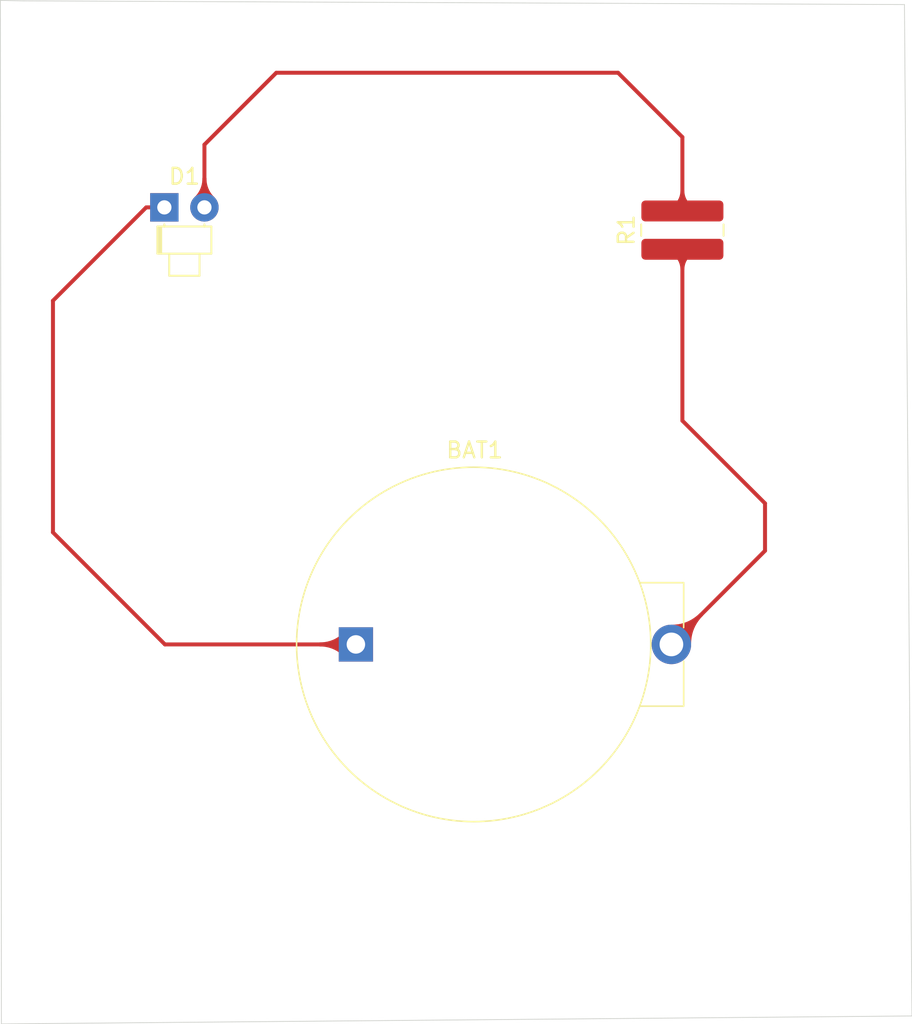
<source format=kicad_pcb>
(kicad_pcb (version 20171130) (host pcbnew 5.1.4-e60b266~84~ubuntu19.04.1)

  (general
    (thickness 1.6)
    (drawings 5)
    (tracks 14)
    (zones 0)
    (modules 3)
    (nets 4)
  )

  (page A4)
  (layers
    (0 F.Cu signal)
    (31 B.Cu signal)
    (32 B.Adhes user)
    (33 F.Adhes user)
    (34 B.Paste user)
    (35 F.Paste user)
    (36 B.SilkS user)
    (37 F.SilkS user)
    (38 B.Mask user)
    (39 F.Mask user)
    (40 Dwgs.User user)
    (41 Cmts.User user)
    (42 Eco1.User user)
    (43 Eco2.User user)
    (44 Edge.Cuts user)
    (45 Margin user)
    (46 B.CrtYd user)
    (47 F.CrtYd user)
    (48 B.Fab user)
    (49 F.Fab user)
  )

  (setup
    (last_trace_width 0.25)
    (trace_clearance 0.2)
    (zone_clearance 0.508)
    (zone_45_only no)
    (trace_min 0.2)
    (via_size 0.8)
    (via_drill 0.4)
    (via_min_size 0.4)
    (via_min_drill 0.3)
    (uvia_size 0.3)
    (uvia_drill 0.1)
    (uvias_allowed no)
    (uvia_min_size 0.2)
    (uvia_min_drill 0.1)
    (edge_width 0.05)
    (segment_width 0.2)
    (pcb_text_width 0.3)
    (pcb_text_size 1.5 1.5)
    (mod_edge_width 0.12)
    (mod_text_size 1 1)
    (mod_text_width 0.15)
    (pad_size 1.524 1.524)
    (pad_drill 0.762)
    (pad_to_mask_clearance 0.051)
    (solder_mask_min_width 0.25)
    (aux_axis_origin 0 0)
    (visible_elements FFFFFF7F)
    (pcbplotparams
      (layerselection 0x010fc_ffffffff)
      (usegerberextensions false)
      (usegerberattributes false)
      (usegerberadvancedattributes false)
      (creategerberjobfile false)
      (excludeedgelayer true)
      (linewidth 0.100000)
      (plotframeref false)
      (viasonmask false)
      (mode 1)
      (useauxorigin false)
      (hpglpennumber 1)
      (hpglpenspeed 20)
      (hpglpendiameter 15.000000)
      (psnegative false)
      (psa4output false)
      (plotreference true)
      (plotvalue true)
      (plotinvisibletext false)
      (padsonsilk false)
      (subtractmaskfromsilk false)
      (outputformat 1)
      (mirror false)
      (drillshape 1)
      (scaleselection 1)
      (outputdirectory ""))
  )

  (net 0 "")
  (net 1 "Net-(BAT1-PadNeg)")
  (net 2 "Net-(BAT1-PadPos)")
  (net 3 "Net-(D1-Pad2)")

  (net_class Default "This is the default net class."
    (clearance 0.2)
    (trace_width 0.25)
    (via_dia 0.8)
    (via_drill 0.4)
    (uvia_dia 0.3)
    (uvia_drill 0.1)
    (add_net "Net-(BAT1-PadNeg)")
    (add_net "Net-(BAT1-PadPos)")
    (add_net "Net-(D1-Pad2)")
  )

  (module digikey-footprints:Battery_Holder_Coin_2032_BS-7 (layer F.Cu) (tedit 5ACD0859) (tstamp 5DEB6B34)
    (at 203.992081 54.579121)
    (descr http://www.memoryprotectiondevices.com/datasheets/BS-7-datasheet.pdf)
    (path /5DEB6676)
    (fp_text reference BAT1 (at 7.52856 -12.3063) (layer F.SilkS)
      (effects (font (size 1 1) (thickness 0.15)))
    )
    (fp_text value BS-7 (at 7.4676 13.56) (layer F.Fab)
      (effects (font (size 1 1) (thickness 0.15)))
    )
    (fp_line (start -3.9624 11.43) (end 21.5138 11.43) (layer F.CrtYd) (width 0.05))
    (fp_line (start -3.9624 -11.43) (end 21.5138 -11.43) (layer F.CrtYd) (width 0.05))
    (fp_line (start 21.5138 -11.43) (end 21.5138 11.43) (layer F.CrtYd) (width 0.05))
    (fp_line (start -3.9624 -11.43) (end -3.9624 11.43) (layer F.CrtYd) (width 0.05))
    (fp_line (start 20.7772 3.9116) (end 20.7772 1.0668) (layer F.SilkS) (width 0.1))
    (fp_line (start 20.7772 -3.9116) (end 20.7772 -1.0668) (layer F.SilkS) (width 0.1))
    (fp_line (start 18.034 3.9116) (end 20.7772 3.9116) (layer F.SilkS) (width 0.1))
    (fp_line (start 18.034 -3.9116) (end 20.7772 -3.9116) (layer F.SilkS) (width 0.1))
    (fp_line (start 20.6756 -3.81) (end 20.6756 3.81) (layer F.Fab) (width 0.1))
    (fp_line (start 17.9832 3.81) (end 20.6756 3.81) (layer F.Fab) (width 0.1))
    (fp_line (start 17.9832 -3.81) (end 20.6756 -3.81) (layer F.Fab) (width 0.1))
    (fp_text user %R (at 7.4676 0) (layer F.Fab)
      (effects (font (size 1 1) (thickness 0.15)))
    )
    (fp_circle (center 7.4676 0) (end -3.7592 0) (layer F.SilkS) (width 0.1))
    (fp_circle (center 7.4676 0) (end -3.7084 0) (layer F.Fab) (width 0.1))
    (pad Neg thru_hole rect (at 0 0) (size 2.17 2.17) (drill 1.17) (layers *.Cu *.Mask)
      (net 1 "Net-(BAT1-PadNeg)"))
    (pad Pos thru_hole circle (at 20 0) (size 2.5 2.5) (drill 1.5) (layers *.Cu *.Mask)
      (net 2 "Net-(BAT1-PadPos)"))
  )

  (module LED_THT:LED_D1.8mm_W1.8mm_H2.4mm_Horizontal_O1.27mm_Z1.6mm (layer F.Cu) (tedit 5880A863) (tstamp 5DEB6B60)
    (at 191.85128 26.89352)
    (descr "LED, ,  diameter 1.8mm size 1.8x2.4mm^2 z-position of LED center 1.6mm, 2 pins")
    (tags "LED   diameter 1.8mm size 1.8x2.4mm^2 z-position of LED center 1.6mm 2 pins")
    (path /5DEB15D4)
    (fp_text reference D1 (at 1.27 -1.96) (layer F.SilkS)
      (effects (font (size 1 1) (thickness 0.15)))
    )
    (fp_text value LED (at 1.27 5.33) (layer F.Fab)
      (effects (font (size 1 1) (thickness 0.15)))
    )
    (fp_line (start -0.38 1.27) (end -0.38 2.87) (layer F.Fab) (width 0.1))
    (fp_line (start -0.38 2.87) (end 2.92 2.87) (layer F.Fab) (width 0.1))
    (fp_line (start 2.92 2.87) (end 2.92 1.27) (layer F.Fab) (width 0.1))
    (fp_line (start 2.92 1.27) (end -0.38 1.27) (layer F.Fab) (width 0.1))
    (fp_line (start 0.37 2.87) (end 0.37 4.27) (layer F.Fab) (width 0.1))
    (fp_line (start 0.37 4.27) (end 2.17 4.27) (layer F.Fab) (width 0.1))
    (fp_line (start 2.17 4.27) (end 2.17 2.87) (layer F.Fab) (width 0.1))
    (fp_line (start 2.17 2.87) (end 0.37 2.87) (layer F.Fab) (width 0.1))
    (fp_line (start 0 0) (end 0 1.27) (layer F.Fab) (width 0.1))
    (fp_line (start 0 1.27) (end 0 1.27) (layer F.Fab) (width 0.1))
    (fp_line (start 0 1.27) (end 0 0) (layer F.Fab) (width 0.1))
    (fp_line (start 0 0) (end 0 0) (layer F.Fab) (width 0.1))
    (fp_line (start 2.54 0) (end 2.54 1.27) (layer F.Fab) (width 0.1))
    (fp_line (start 2.54 1.27) (end 2.54 1.27) (layer F.Fab) (width 0.1))
    (fp_line (start 2.54 1.27) (end 2.54 0) (layer F.Fab) (width 0.1))
    (fp_line (start 2.54 0) (end 2.54 0) (layer F.Fab) (width 0.1))
    (fp_line (start -0.44 1.21) (end -0.44 2.93) (layer F.SilkS) (width 0.12))
    (fp_line (start -0.44 2.93) (end 2.98 2.93) (layer F.SilkS) (width 0.12))
    (fp_line (start 2.98 2.93) (end 2.98 1.21) (layer F.SilkS) (width 0.12))
    (fp_line (start 2.98 1.21) (end -0.44 1.21) (layer F.SilkS) (width 0.12))
    (fp_line (start -0.32 1.21) (end -0.32 2.93) (layer F.SilkS) (width 0.12))
    (fp_line (start -0.2 1.21) (end -0.2 2.93) (layer F.SilkS) (width 0.12))
    (fp_line (start 0.31 2.93) (end 0.31 4.33) (layer F.SilkS) (width 0.12))
    (fp_line (start 0.31 4.33) (end 2.23 4.33) (layer F.SilkS) (width 0.12))
    (fp_line (start 2.23 4.33) (end 2.23 2.93) (layer F.SilkS) (width 0.12))
    (fp_line (start 2.23 2.93) (end 0.31 2.93) (layer F.SilkS) (width 0.12))
    (fp_line (start 0 1.08) (end 0 1.21) (layer F.SilkS) (width 0.12))
    (fp_line (start 0 1.21) (end 0 1.21) (layer F.SilkS) (width 0.12))
    (fp_line (start 0 1.21) (end 0 1.08) (layer F.SilkS) (width 0.12))
    (fp_line (start 0 1.08) (end 0 1.08) (layer F.SilkS) (width 0.12))
    (fp_line (start 2.54 1.08) (end 2.54 1.21) (layer F.SilkS) (width 0.12))
    (fp_line (start 2.54 1.21) (end 2.54 1.21) (layer F.SilkS) (width 0.12))
    (fp_line (start 2.54 1.21) (end 2.54 1.08) (layer F.SilkS) (width 0.12))
    (fp_line (start 2.54 1.08) (end 2.54 1.08) (layer F.SilkS) (width 0.12))
    (fp_line (start -1.25 -1.25) (end -1.25 4.6) (layer F.CrtYd) (width 0.05))
    (fp_line (start -1.25 4.6) (end 3.75 4.6) (layer F.CrtYd) (width 0.05))
    (fp_line (start 3.75 4.6) (end 3.75 -1.25) (layer F.CrtYd) (width 0.05))
    (fp_line (start 3.75 -1.25) (end -1.25 -1.25) (layer F.CrtYd) (width 0.05))
    (pad 1 thru_hole rect (at 0 0) (size 1.8 1.8) (drill 0.9) (layers *.Cu *.Mask)
      (net 1 "Net-(BAT1-PadNeg)"))
    (pad 2 thru_hole circle (at 2.54 0) (size 1.8 1.8) (drill 0.9) (layers *.Cu *.Mask)
      (net 3 "Net-(D1-Pad2)"))
    (model ${KISYS3DMOD}/LED_THT.3dshapes/LED_D1.8mm_W1.8mm_H2.4mm_Horizontal_O1.27mm_Z1.6mm.wrl
      (at (xyz 0 0 0))
      (scale (xyz 1 1 1))
      (rotate (xyz 0 0 0))
    )
  )

  (module Resistor_SMD:R_1020_2550Metric_Pad1.33x5.20mm_HandSolder (layer F.Cu) (tedit 5B301BBD) (tstamp 5DEB6B71)
    (at 224.6884 28.33462 90)
    (descr "Resistor SMD 1020 (2550 Metric), square (rectangular) end terminal, IPC_7351 nominal with elongated pad for handsoldering. (Body size source: https://www.vishay.com/docs/20019/rcwe.pdf), generated with kicad-footprint-generator")
    (tags "resistor handsolder")
    (path /5DEB3EC2)
    (attr smd)
    (fp_text reference R1 (at 0 -3.55 90) (layer F.SilkS)
      (effects (font (size 1 1) (thickness 0.15)))
    )
    (fp_text value R (at 0 3.55 90) (layer F.Fab)
      (effects (font (size 1 1) (thickness 0.15)))
    )
    (fp_line (start -1.25 2.5) (end -1.25 -2.5) (layer F.Fab) (width 0.1))
    (fp_line (start -1.25 -2.5) (end 1.25 -2.5) (layer F.Fab) (width 0.1))
    (fp_line (start 1.25 -2.5) (end 1.25 2.5) (layer F.Fab) (width 0.1))
    (fp_line (start 1.25 2.5) (end -1.25 2.5) (layer F.Fab) (width 0.1))
    (fp_line (start -0.361252 -2.61) (end 0.361252 -2.61) (layer F.SilkS) (width 0.12))
    (fp_line (start -0.361252 2.61) (end 0.361252 2.61) (layer F.SilkS) (width 0.12))
    (fp_line (start -2.12 2.85) (end -2.12 -2.85) (layer F.CrtYd) (width 0.05))
    (fp_line (start -2.12 -2.85) (end 2.12 -2.85) (layer F.CrtYd) (width 0.05))
    (fp_line (start 2.12 -2.85) (end 2.12 2.85) (layer F.CrtYd) (width 0.05))
    (fp_line (start 2.12 2.85) (end -2.12 2.85) (layer F.CrtYd) (width 0.05))
    (fp_text user %R (at 0 0 90) (layer F.Fab)
      (effects (font (size 0.62 0.62) (thickness 0.09)))
    )
    (pad 1 smd roundrect (at -1.2125 0 90) (size 1.325 5.2) (layers F.Cu F.Paste F.Mask) (roundrect_rratio 0.188679)
      (net 2 "Net-(BAT1-PadPos)"))
    (pad 2 smd roundrect (at 1.2125 0 90) (size 1.325 5.2) (layers F.Cu F.Paste F.Mask) (roundrect_rratio 0.188679)
      (net 3 "Net-(D1-Pad2)"))
    (model ${KISYS3DMOD}/Resistor_SMD.3dshapes/R_1020_2550Metric.wrl
      (at (xyz 0 0 0))
      (scale (xyz 1 1 1))
      (rotate (xyz 0 0 0))
    )
  )

  (gr_line (start 181.4576 13.78204) (end 182.94604 13.81252) (layer Edge.Cuts) (width 0.05) (tstamp 5DEB6CB6))
  (gr_line (start 181.52364 78.61808) (end 181.4576 13.78204) (layer Edge.Cuts) (width 0.05))
  (gr_line (start 239.23752 78.11516) (end 181.52364 78.61808) (layer Edge.Cuts) (width 0.05))
  (gr_line (start 238.76508 14.0462) (end 239.23752 78.11516) (layer Edge.Cuts) (width 0.05))
  (gr_line (start 182.94604 13.81252) (end 238.76508 14.0462) (layer Edge.Cuts) (width 0.05))

  (segment (start 190.70128 26.89352) (end 184.79008 32.80472) (width 0.25) (layer F.Cu) (net 1))
  (segment (start 191.85128 26.89352) (end 190.70128 26.89352) (width 0.25) (layer F.Cu) (net 1))
  (segment (start 184.79008 32.80472) (end 184.79008 47.48276) (width 0.25) (layer F.Cu) (net 1))
  (segment (start 191.886441 54.579121) (end 203.992081 54.579121) (width 0.25) (layer F.Cu) (net 1))
  (segment (start 184.79008 47.48276) (end 191.886441 54.579121) (width 0.25) (layer F.Cu) (net 1))
  (segment (start 224.6884 29.54712) (end 224.6884 40.40632) (width 0.25) (layer F.Cu) (net 2))
  (segment (start 224.6884 40.40632) (end 229.92588 45.6438) (width 0.25) (layer F.Cu) (net 2))
  (segment (start 229.92588 48.645322) (end 223.992081 54.579121) (width 0.25) (layer F.Cu) (net 2))
  (segment (start 229.92588 45.6438) (end 229.92588 48.645322) (width 0.25) (layer F.Cu) (net 2))
  (segment (start 194.39128 26.89352) (end 194.39128 22.92096) (width 0.25) (layer F.Cu) (net 3))
  (segment (start 194.39128 22.92096) (end 198.94804 18.3642) (width 0.25) (layer F.Cu) (net 3))
  (segment (start 198.94804 18.3642) (end 220.60916 18.3642) (width 0.25) (layer F.Cu) (net 3))
  (segment (start 224.6884 22.44344) (end 224.6884 27.12212) (width 0.25) (layer F.Cu) (net 3))
  (segment (start 220.60916 18.3642) (end 224.6884 22.44344) (width 0.25) (layer F.Cu) (net 3))

  (zone (net 1) (net_name "Net-(BAT1-PadNeg)") (layer F.Cu) (tstamp 0) (hatch edge 0.508)
    (priority 16962)
    (connect_pads yes (clearance 0.2))
    (min_thickness 0.0254)
    (fill yes (arc_segments 32) (thermal_gap 0.508) (thermal_bridge_width 0.508))
    (polygon
      (pts
        (xy 201.674449 54.70412) (xy 201.85563 54.710465) (xy 202.030833 54.7295) (xy 202.200058 54.761225) (xy 202.363304 54.80564)
        (xy 202.520572 54.862745) (xy 202.671862 54.93254) (xy 202.817173 55.015025) (xy 202.956506 55.1102) (xy 203.08986 55.218065)
        (xy 203.217237 55.338621) (xy 204.534581 54.579121) (xy 203.217237 53.819621) (xy 203.08986 53.940176) (xy 202.956506 54.048041)
        (xy 202.817173 54.143216) (xy 202.671862 54.225701) (xy 202.520572 54.295496) (xy 202.363304 54.352601) (xy 202.200058 54.397016)
        (xy 202.030833 54.428741) (xy 201.85563 54.447776) (xy 201.674449 54.454122)
      )
    )
    (filled_polygon
      (pts
        (xy 204.509155 54.579121) (xy 203.219094 55.322892) (xy 203.09859 55.208841) (xy 203.097847 55.208191) (xy 202.964493 55.100326)
        (xy 202.963669 55.099713) (xy 202.824336 55.004538) (xy 202.823442 55.00398) (xy 202.678131 54.921495) (xy 202.677182 54.921008)
        (xy 202.525892 54.851213) (xy 202.524907 54.850808) (xy 202.367639 54.793703) (xy 202.366638 54.793385) (xy 202.203392 54.74897)
        (xy 202.202398 54.748742) (xy 202.033173 54.717017) (xy 202.032205 54.716874) (xy 201.857002 54.697839) (xy 201.856074 54.697773)
        (xy 201.687149 54.691857) (xy 201.687149 54.466385) (xy 201.856075 54.460468) (xy 201.857002 54.460402) (xy 202.032205 54.441367)
        (xy 202.033173 54.441224) (xy 202.202398 54.409499) (xy 202.203392 54.409271) (xy 202.366638 54.364856) (xy 202.367639 54.364538)
        (xy 202.524907 54.307433) (xy 202.525892 54.307028) (xy 202.677182 54.237233) (xy 202.678131 54.236746) (xy 202.823442 54.154261)
        (xy 202.824336 54.153703) (xy 202.963669 54.058528) (xy 202.964493 54.057915) (xy 203.097847 53.95005) (xy 203.09859 53.9494)
        (xy 203.219094 53.83535)
      )
    )
  )
  (zone (net 2) (net_name "Net-(BAT1-PadPos)") (layer F.Cu) (tstamp 0) (hatch edge 0.508)
    (priority 16962)
    (connect_pads yes (clearance 0.2))
    (min_thickness 0.0254)
    (fill yes (arc_segments 32) (thermal_gap 0.508) (thermal_bridge_width 0.508))
    (polygon
      (pts
        (xy 224.8134 30.844752) (xy 224.816787 30.747862) (xy 224.826949 30.65418) (xy 224.843886 30.563708) (xy 224.867599 30.476443)
        (xy 224.898086 30.392388) (xy 224.935349 30.311541) (xy 224.979386 30.233902) (xy 225.030199 30.159472) (xy 225.087786 30.088251)
        (xy 225.152149 30.020239) (xy 224.6884 29.21587) (xy 224.224651 30.020239) (xy 224.289013 30.088251) (xy 224.3466 30.159472)
        (xy 224.397413 30.233902) (xy 224.44145 30.311541) (xy 224.478713 30.392388) (xy 224.5092 30.476443) (xy 224.532913 30.563708)
        (xy 224.54985 30.65418) (xy 224.560012 30.747862) (xy 224.5634 30.844752)
      )
    )
    (filled_polygon
      (pts
        (xy 225.13642 30.018384) (xy 225.078562 30.079522) (xy 225.07791 30.080266) (xy 225.020323 30.151487) (xy 225.01971 30.152311)
        (xy 224.968897 30.226741) (xy 224.968339 30.227636) (xy 224.924302 30.305275) (xy 224.923815 30.306225) (xy 224.886552 30.387072)
        (xy 224.886147 30.388058) (xy 224.85566 30.472113) (xy 224.855343 30.473113) (xy 224.83163 30.560378) (xy 224.831403 30.561371)
        (xy 224.814466 30.651843) (xy 224.814323 30.65281) (xy 224.804161 30.746492) (xy 224.804095 30.747418) (xy 224.801136 30.832052)
        (xy 224.575663 30.832052) (xy 224.572704 30.747418) (xy 224.572638 30.746492) (xy 224.562476 30.65281) (xy 224.562333 30.651843)
        (xy 224.545396 30.561371) (xy 224.545169 30.560378) (xy 224.521456 30.473113) (xy 224.521139 30.472113) (xy 224.490652 30.388058)
        (xy 224.490247 30.387072) (xy 224.452984 30.306225) (xy 224.452497 30.305275) (xy 224.40846 30.227636) (xy 224.407902 30.226741)
        (xy 224.357089 30.152311) (xy 224.356476 30.151487) (xy 224.298889 30.080266) (xy 224.298237 30.079522) (xy 224.24038 30.018384)
        (xy 224.6884 29.241296)
      )
    )
  )
  (zone (net 2) (net_name "Net-(BAT1-PadPos)") (layer F.Cu) (tstamp 0) (hatch edge 0.508)
    (priority 16962)
    (connect_pads yes (clearance 0.2))
    (min_thickness 0.0254)
    (fill yes (arc_segments 32) (thermal_gap 0.508) (thermal_bridge_width 0.508))
    (polygon
      (pts
        (xy 225.824176 52.570249) (xy 225.667481 52.716337) (xy 225.505172 52.846826) (xy 225.337248 52.961717) (xy 225.163711 53.061008)
        (xy 224.984558 53.144701) (xy 224.799792 53.212795) (xy 224.60941 53.265291) (xy 224.413415 53.302187) (xy 224.211805 53.323485)
        (xy 224.004581 53.329184) (xy 223.55014 55.021062) (xy 225.242018 54.566621) (xy 225.247716 54.359396) (xy 225.269014 54.157786)
        (xy 225.30591 53.961791) (xy 225.358406 53.771409) (xy 225.4265 53.586643) (xy 225.510193 53.40749) (xy 225.609484 53.233953)
        (xy 225.724375 53.066029) (xy 225.854864 52.90372) (xy 226.000953 52.747026)
      )
    )
    (filled_polygon
      (pts
        (xy 225.983302 52.747335) (xy 225.845575 52.89506) (xy 225.844966 52.895763) (xy 225.714477 53.058072) (xy 225.713893 53.058858)
        (xy 225.599002 53.226782) (xy 225.598461 53.227646) (xy 225.49917 53.401183) (xy 225.498687 53.402115) (xy 225.414994 53.581268)
        (xy 225.414584 53.582251) (xy 225.34649 53.767017) (xy 225.346163 53.768033) (xy 225.293667 53.958415) (xy 225.293429 53.959441)
        (xy 225.256533 54.155436) (xy 225.256384 54.156452) (xy 225.235086 54.358062) (xy 225.235021 54.359047) (xy 225.229583 54.556811)
        (xy 223.568119 55.003083) (xy 224.014391 53.341619) (xy 224.212154 53.33618) (xy 224.213139 53.336115) (xy 224.414749 53.314817)
        (xy 224.415765 53.314668) (xy 224.61176 53.277772) (xy 224.612786 53.277534) (xy 224.803168 53.225038) (xy 224.804184 53.224711)
        (xy 224.98895 53.156617) (xy 224.989933 53.156207) (xy 225.169086 53.072514) (xy 225.170018 53.072031) (xy 225.343555 52.97274)
        (xy 225.344419 52.972199) (xy 225.512343 52.857308) (xy 225.513129 52.856724) (xy 225.675438 52.726235) (xy 225.676141 52.725626)
        (xy 225.823867 52.5879)
      )
    )
  )
  (zone (net 3) (net_name "Net-(D1-Pad2)") (layer F.Cu) (tstamp 0) (hatch edge 0.508)
    (priority 16962)
    (connect_pads yes (clearance 0.2))
    (min_thickness 0.0254)
    (fill yes (arc_segments 32) (thermal_gap 0.508) (thermal_bridge_width 0.508))
    (polygon
      (pts
        (xy 194.26628 25.022516) (xy 194.26123 25.166788) (xy 194.24608 25.306295) (xy 194.220829 25.441037) (xy 194.18548 25.571013)
        (xy 194.14003 25.696223) (xy 194.08448 25.816668) (xy 194.01883 25.932347) (xy 193.94308 26.043261) (xy 193.85723 26.149409)
        (xy 193.76128 26.250792) (xy 194.39128 27.34352) (xy 195.02128 26.250792) (xy 194.92533 26.149409) (xy 194.83948 26.043261)
        (xy 194.763729 25.932347) (xy 194.69808 25.816668) (xy 194.64253 25.696223) (xy 194.59708 25.571013) (xy 194.56173 25.441037)
        (xy 194.53648 25.306295) (xy 194.52133 25.166788) (xy 194.51628 25.022516)
      )
    )
    (filled_polygon
      (pts
        (xy 194.508638 25.167232) (xy 194.508704 25.168159) (xy 194.523854 25.307666) (xy 194.523997 25.308634) (xy 194.549247 25.443376)
        (xy 194.549475 25.44437) (xy 194.584825 25.574346) (xy 194.585142 25.575346) (xy 194.630592 25.700556) (xy 194.630997 25.701542)
        (xy 194.686547 25.821987) (xy 194.687035 25.822936) (xy 194.752684 25.938615) (xy 194.753242 25.93951) (xy 194.828993 26.050424)
        (xy 194.829605 26.051247) (xy 194.915455 26.157395) (xy 194.916106 26.158139) (xy 195.005551 26.252648) (xy 194.39128 27.318094)
        (xy 193.777009 26.252648) (xy 193.866454 26.158139) (xy 193.867105 26.157395) (xy 193.952955 26.051247) (xy 193.953568 26.050424)
        (xy 194.029318 25.93951) (xy 194.029875 25.938615) (xy 194.095525 25.822936) (xy 194.096013 25.821987) (xy 194.151563 25.701542)
        (xy 194.151968 25.700556) (xy 194.197418 25.575346) (xy 194.197735 25.574346) (xy 194.233084 25.44437) (xy 194.233312 25.443376)
        (xy 194.258563 25.308634) (xy 194.258706 25.307666) (xy 194.273856 25.168159) (xy 194.273922 25.167232) (xy 194.278543 25.035216)
        (xy 194.504017 25.035216)
      )
    )
  )
  (zone (net 3) (net_name "Net-(D1-Pad2)") (layer F.Cu) (tstamp 0) (hatch edge 0.508)
    (priority 16962)
    (connect_pads yes (clearance 0.2))
    (min_thickness 0.0254)
    (fill yes (arc_segments 32) (thermal_gap 0.508) (thermal_bridge_width 0.508))
    (polygon
      (pts
        (xy 224.5634 25.824488) (xy 224.560012 25.921377) (xy 224.54985 26.015059) (xy 224.532913 26.105531) (xy 224.5092 26.192796)
        (xy 224.478713 26.276851) (xy 224.44145 26.357698) (xy 224.397413 26.435337) (xy 224.3466 26.509767) (xy 224.289013 26.580988)
        (xy 224.224651 26.649001) (xy 224.6884 27.45337) (xy 225.152149 26.649001) (xy 225.087786 26.580988) (xy 225.030199 26.509767)
        (xy 224.979386 26.435337) (xy 224.935349 26.357698) (xy 224.898086 26.276851) (xy 224.867599 26.192796) (xy 224.843886 26.105531)
        (xy 224.826949 26.015059) (xy 224.816787 25.921377) (xy 224.8134 25.824488)
      )
    )
    (filled_polygon
      (pts
        (xy 224.804095 25.921821) (xy 224.804161 25.922747) (xy 224.814323 26.016429) (xy 224.814466 26.017396) (xy 224.831403 26.107868)
        (xy 224.83163 26.108861) (xy 224.855343 26.196126) (xy 224.85566 26.197126) (xy 224.886147 26.281181) (xy 224.886552 26.282167)
        (xy 224.923815 26.363014) (xy 224.924302 26.363964) (xy 224.968339 26.441603) (xy 224.968897 26.442498) (xy 225.01971 26.516928)
        (xy 225.020323 26.517752) (xy 225.07791 26.588973) (xy 225.078562 26.589717) (xy 225.13642 26.650856) (xy 224.6884 27.427944)
        (xy 224.24038 26.650856) (xy 224.298237 26.589717) (xy 224.298889 26.588973) (xy 224.356476 26.517752) (xy 224.357089 26.516928)
        (xy 224.407902 26.442498) (xy 224.40846 26.441603) (xy 224.452497 26.363964) (xy 224.452984 26.363014) (xy 224.490247 26.282167)
        (xy 224.490652 26.281181) (xy 224.521139 26.197126) (xy 224.521456 26.196126) (xy 224.545169 26.108861) (xy 224.545396 26.107868)
        (xy 224.562333 26.017396) (xy 224.562476 26.016429) (xy 224.572638 25.922747) (xy 224.572704 25.921821) (xy 224.575663 25.837188)
        (xy 224.801136 25.837188)
      )
    )
  )
)

</source>
